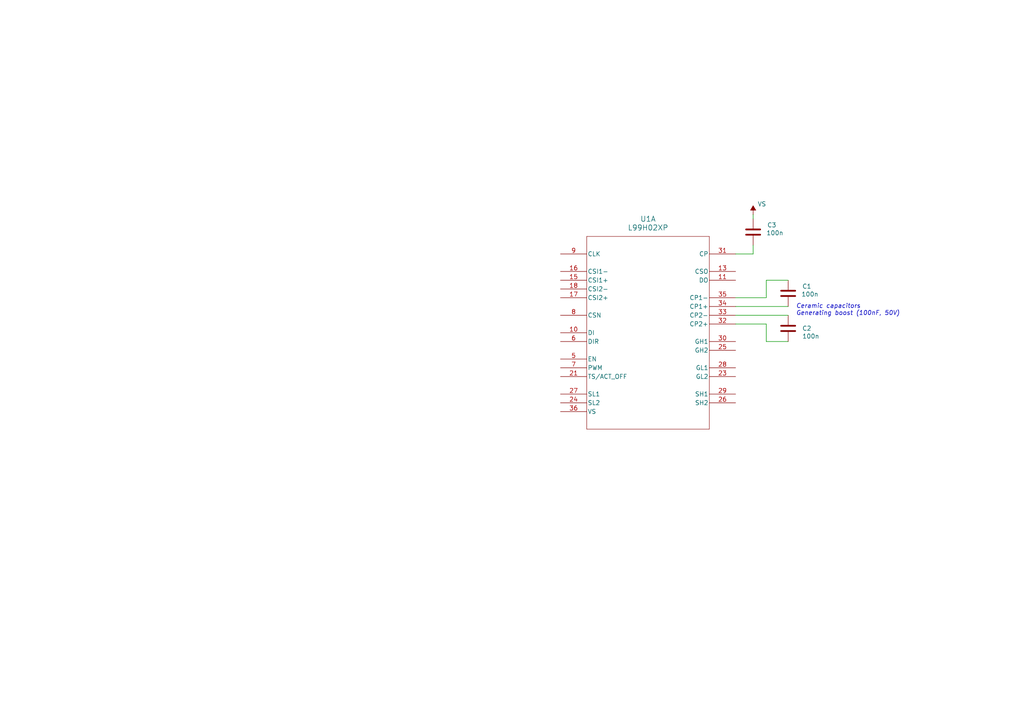
<source format=kicad_sch>
(kicad_sch (version 20231120) (generator "eeschema") (generator_version "8.0")
  (paper "A4")
  (lib_symbols
    (symbol "Device:C" (pin_numbers hide) (pin_names (offset 0.254))
      (property "Reference" "C" (at 0.635 2.54 0))
      (property "Value" "C" (at 0.635 -2.54 0))
      (symbol "C_0_1"
        (polyline (pts (xy -2.032 -0.762) (xy 2.032 -0.762)) (stroke (width 0.508)))
        (polyline (pts (xy -2.032 0.762) (xy 2.032 0.762)) (stroke (width 0.508)))
      )
      (symbol "C_1_1"
        (pin passive line (at 0 3.81 270) (length 2.794) (name "~") (number "1"))
        (pin passive line (at 0 -3.81 90) (length 2.794) (name "~") (number "2"))
      )
    )
    (symbol "L99H02XP:L99H02XP" (pin_names (offset 0.254))
      (property "Reference" "U" (at 25.4 10.16 0))
      (property "Value" "L99H02XP" (at 25.4 7.62 0))
      (symbol "L99H02XP_1_1"
        (polyline (pts (xy 7.62 -50.8) (xy 43.18 -50.8)) (stroke (width 0.127)))
        (polyline (pts (xy 7.62 5.08) (xy 7.62 -50.8)) (stroke (width 0.127)))
        (polyline (pts (xy 43.18 -50.8) (xy 43.18 5.08)) (stroke (width 0.127)))
        (polyline (pts (xy 43.18 5.08) (xy 7.62 5.08)) (stroke (width 0.127)))
        (pin input line (at 0 -22.86 0) (length 7.62) (name "DI") (number "10"))
        (pin output line (at 50.8 -7.62 180) (length 7.62) (name "DO") (number "11"))
        (pin output line (at 50.8 -5.08 180) (length 7.62) (name "CSO") (number "13"))
        (pin input line (at 0 -7.62 0) (length 7.62) (name "CSI1+") (number "15"))
        (pin input line (at 0 -5.08 0) (length 7.62) (name "CSI1-") (number "16"))
        (pin input line (at 0 -12.7 0) (length 7.62) (name "CSI2+") (number "17"))
        (pin input line (at 0 -10.16 0) (length 7.62) (name "CSI2-") (number "18"))
        (pin input line (at 0 -35.56 0) (length 7.62) (name "TS/ACT_OFF") (number "21"))
        (pin unspecified line (at 50.8 -35.56 180) (length 7.62) (name "GL2") (number "23"))
        (pin unspecified line (at 0 -43.18 0) (length 7.62) (name "SL2") (number "24"))
        (pin unspecified line (at 50.8 -27.94 180) (length 7.62) (name "GH2") (number "25"))
        (pin unspecified line (at 50.8 -43.18 180) (length 7.62) (name "SH2") (number "26"))
        (pin unspecified line (at 0 -40.64 0) (length 7.62) (name "SL1") (number "27"))
        (pin unspecified line (at 50.8 -33.02 180) (length 7.62) (name "GL1") (number "28"))
        (pin unspecified line (at 50.8 -40.64 180) (length 7.62) (name "SH1") (number "29"))
        (pin unspecified line (at 50.8 -25.4 180) (length 7.62) (name "GH1") (number "30"))
        (pin output line (at 50.8 0 180) (length 7.62) (name "CP") (number "31"))
        (pin unspecified line (at 50.8 -20.32 180) (length 7.62) (name "CP2+") (number "32"))
        (pin unspecified line (at 50.8 -17.78 180) (length 7.62) (name "CP2-") (number "33"))
        (pin unspecified line (at 50.8 -15.24 180) (length 7.62) (name "CP1+") (number "34"))
        (pin unspecified line (at 50.8 -12.7 180) (length 7.62) (name "CP1-") (number "35"))
        (pin unspecified line (at 0 -45.72 0) (length 7.62) (name "VS") (number "36"))
        (pin input line (at 0 -30.48 0) (length 7.62) (name "EN") (number "5"))
        (pin input line (at 0 -25.4 0) (length 7.62) (name "DIR") (number "6"))
        (pin input line (at 0 -33.02 0) (length 7.62) (name "PWM") (number "7"))
        (pin input line (at 0 -17.78 0) (length 7.62) (name "CSN") (number "8"))
        (pin input line (at 0 0 0) (length 7.62) (name "CLK") (number "9"))
      )
      (symbol "L99H02XP_2_1"
        (polyline (pts (xy 7.62 -33.02) (xy 33.02 -33.02)) (stroke (width 0.127)))
        (polyline (pts (xy 7.62 7.62) (xy 7.62 -33.02)) (stroke (width 0.127)))
        (polyline (pts (xy 33.02 -33.02) (xy 33.02 7.62)) (stroke (width 0.127)))
        (polyline (pts (xy 33.02 7.62) (xy 7.62 7.62)) (stroke (width 0.127)))
        (pin power_out line (at 0 -25.4 0) (length 7.62) (name "GND") (number "1"))
        (pin no_connect line (at 0 0 0) (length 7.62) (name "NC") (number "12"))
        (pin no_connect line (at 0 -2.54 0) (length 7.62) (name "NC") (number "14"))
        (pin no_connect line (at 0 -5.08 0) (length 7.62) (name "NC") (number "19"))
        (pin power_out line (at 0 -27.94 0) (length 7.62) (name "GNDD") (number "2"))
        (pin no_connect line (at 0 -7.62 0) (length 7.62) (name "NC") (number "20"))
        (pin no_connect line (at 0 -10.16 0) (length 7.62) (name "NC") (number "22"))
        (pin power_in line (at 0 -17.78 0) (length 7.62) (name "VCCD") (number "3"))
        (pin power_out line (at 0 -20.32 0) (length 7.62) (name "EPAD") (number "37"))
        (pin power_in line (at 0 -15.24 0) (length 7.62) (name "VCC") (number "4"))
      )
    )
    (symbol "power:VS" (power) (pin_numbers hide) (pin_names (offset 0) hide)
      (property "Value" "VS" (at 0 3.556 0))
      (symbol "VS_0_1"
        (polyline (pts (xy 0 0) (xy 0 2.54)))
        (polyline (pts (xy 0.762 1.27) (xy -0.762 1.27) (xy 0 2.54) (xy 0.762 1.27)) (fill (type outline)))
      )
      (symbol "VS_1_1"
        (pin power_in line (at 0 0 90) (length 0) (name "~") (number "1"))
      )
    )
  )
  (wire (pts (xy 213.36 88.9) (xy 228.6 88.9)))
  (wire (pts (xy 218.44 73.66) (xy 218.44 71.12)))
  (wire (pts (xy 218.44 62.23) (xy 218.44 63.5)))
  (wire (pts (xy 213.36 93.98) (xy 222.25 93.98)))
  (wire (pts (xy 222.25 86.36) (xy 222.25 81.28)))
  (wire (pts (xy 213.36 86.36) (xy 222.25 86.36)))
  (wire (pts (xy 222.25 99.06) (xy 228.6 99.06)))
  (wire (pts (xy 222.25 93.98) (xy 222.25 99.06)))
  (wire (pts (xy 213.36 73.66) (xy 218.44 73.66)))
  (wire (pts (xy 213.36 91.44) (xy 228.6 91.44)))
  (wire (pts (xy 222.25 81.28) (xy 228.6 81.28)))
  (text "Ceramic capacitors\nGenerating boost (100nF, 50V)" (at 230.886 89.916 0) (effects (font (size 1.27 1.27) (italic yes)) (justify left)))
  (symbol (lib_id "L99H02XP:L99H02XP") (at 162.56 73.66 0) (unit 1)
    (property "Reference" "U1" (at 187.96 63.5 0) (effects (font (size 1.524 1.524))))
    (property "Value" "L99H02XP" (at 187.96 66.04 0) (effects (font (size 1.524 1.524))))
    (property "Footprint" "L99H02XP:POWERSSO36-A_7P6X10P5X0P5_STM" (effects (hide yes)))
    (property "Datasheet" "L99H02XP" (effects (hide yes)))
  )
  (symbol (lib_id "Device:C") (at 228.6 85.09 0) (unit 1)
    (property "Reference" "C1" (at 232.664 83.058 0) (effects (justify left)))
    (property "Value" "100n" (at 232.41 85.344 0) (effects (justify left)))
    (property "Description" "Unpolarized capacitor" (effects (hide yes)))
  )
  (symbol (lib_id "Device:C") (at 228.6 95.25 0) (unit 1)
    (property "Reference" "C2" (at 232.664 95.25 0) (effects (justify left)))
    (property "Value" "100n" (at 232.664 97.536 0) (effects (justify left)))
    (property "Description" "Unpolarized capacitor" (effects (hide yes)))
  )
  (symbol (lib_id "power:VS") (at 218.44 62.23 0) (unit 1)
    (property "Reference" "#PWR1" (effects (hide yes)))
    (property "Value" "VS" (at 220.98 59.182 0))
    (property "Description" "Power symbol creates a global label with name \"VS\"" (effects (hide yes)))
  )
  (symbol (lib_id "Device:C") (at 218.44 67.31 0) (unit 1)
    (property "Reference" "C3" (at 222.504 65.278 0) (effects (justify left)))
    (property "Value" "100n" (at 222.25 67.564 0) (effects (justify left)))
    (property "Description" "Unpolarized capacitor" (effects (hide yes)))
  )
)
</source>
